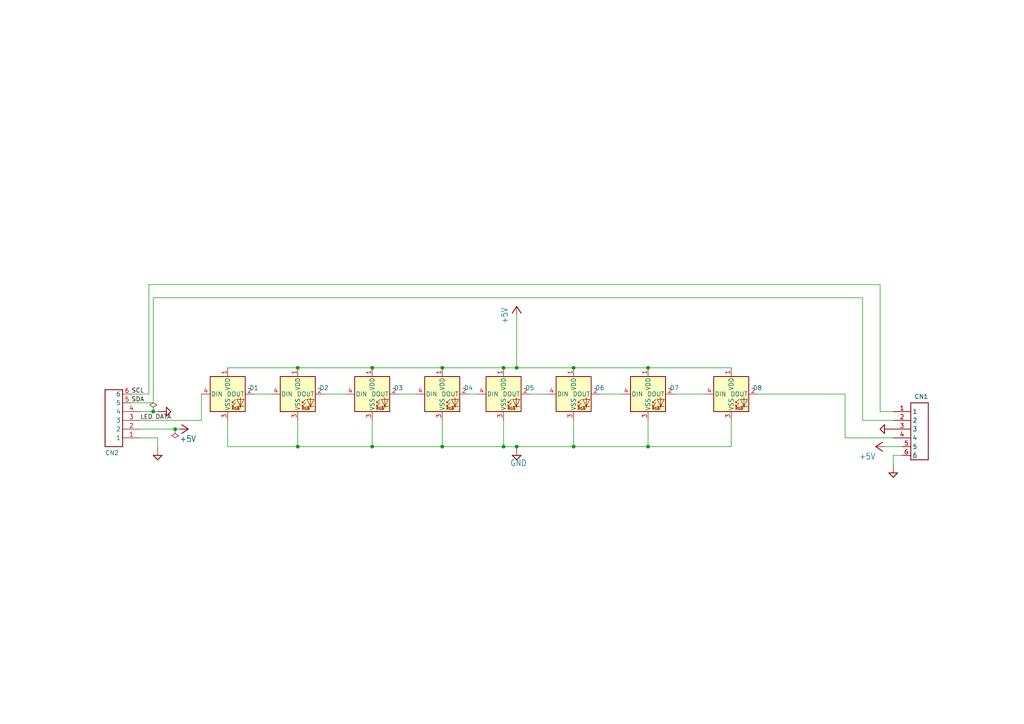
<source format=kicad_sch>
(kicad_sch (version 20211123) (generator eeschema)
  (paper "A4")
  (lib_symbols
    (symbol "1X4SMT_1"
      (property "Reference" "CN" (at 5.08 7.62 0))
      (property "Value" "1X4SMT_1" (at 0 -10.16 0))
      (symbol "1X4SMT_1_1_0"
        (polyline (pts (xy 0 -11.43) (xy 0 5.08)) (stroke (width 0.254)))
        (polyline (pts (xy 0 5.08) (xy 5.08 5.08)) (stroke (width 0.254)))
        (polyline (pts (xy 5.08 -11.43) (xy 0 -11.43)) (stroke (width 0.254)))
        (polyline (pts (xy 5.08 5.08) (xy 5.08 -11.43)) (stroke (width 0.254)))
        (pin bidirectional line (at -5.08 2.54 0) (length 5.08) (name "1") (number "1"))
        (pin bidirectional line (at -5.08 0 0) (length 5.08) (name "2") (number "2"))
        (pin bidirectional line (at -5.08 -2.54 0) (length 5.08) (name "3") (number "3"))
        (pin bidirectional line (at -5.08 -5.08 0) (length 5.08) (name "4") (number "4"))
      )
      (symbol "1X4SMT_1_1_1"
        (pin bidirectional line (at -2.54 -7.62 0) (length 2.54) (name "5") (number "5"))
        (pin bidirectional line (at -2.54 -10.16 0) (length 2.54) (name "6") (number "6"))
      )
    )
    (symbol "Adafruit NeoPixel 8 Stick-eagle-import:+5V" (power)
      (property "Value" "+5V" (at -2.54 -5.08 90))
      (symbol "+5V_1_0"
        (polyline (pts (xy 0 0) (xy -1.27 -1.905)) (stroke (width 0.254)))
        (polyline (pts (xy 1.27 -1.905) (xy 0 0)) (stroke (width 0.254)))
        (pin power_in line (at 0 -2.54 90) (length 2.54) (name "+5V") (number "1"))
      )
    )
    (symbol "Adafruit NeoPixel 8 Stick-eagle-import:1X4SMT"
      (property "Reference" "CN" (at 5.08 7.62 0))
      (property "Value" "1X4SMT" (at 0 -10.16 0))
      (symbol "1X4SMT_1_0"
        (polyline (pts (xy 0 -11.43) (xy 0 5.08)) (stroke (width 0.254)))
        (polyline (pts (xy 0 5.08) (xy 5.08 5.08)) (stroke (width 0.254)))
        (polyline (pts (xy 5.08 -11.43) (xy 0 -11.43)) (stroke (width 0.254)))
        (polyline (pts (xy 5.08 5.08) (xy 5.08 -11.43)) (stroke (width 0.254)))
        (pin bidirectional line (at -5.08 2.54 0) (length 5.08) (name "1") (number "1"))
        (pin bidirectional line (at -5.08 0 0) (length 5.08) (name "2") (number "2"))
        (pin bidirectional line (at -5.08 -2.54 0) (length 5.08) (name "3") (number "3"))
        (pin bidirectional line (at -5.08 -5.08 0) (length 5.08) (name "4") (number "4"))
      )
      (symbol "1X4SMT_1_1"
        (pin bidirectional line (at -2.54 -7.62 0) (length 2.54) (name "5") (number "5"))
        (pin bidirectional line (at -2.54 -10.16 0) (length 2.54) (name "6") (number "6"))
      )
    )
    (symbol "Adafruit NeoPixel 8 Stick-eagle-import:GND" (power)
      (property "Value" "GND" (at -1.905 -3.175 0))
      (symbol "GND_1_0"
        (polyline (pts (xy -1.27 0) (xy 1.27 0)) (stroke (width 0.254)))
        (polyline (pts (xy 0 -1.27) (xy -1.27 0)) (stroke (width 0.254)))
        (polyline (pts (xy 1.27 0) (xy 0 -1.27)) (stroke (width 0.254)))
        (pin power_in line (at 0 2.54 270) (length 2.54) (name "GND") (number "1"))
      )
    )
    (symbol "LED:WS2812B" (pin_names (offset 0.254))
      (property "Reference" "D" (at 5.08 5.715 0))
      (property "Value" "WS2812B" (at 1.27 -5.715 0))
      (symbol "WS2812B_0_0"
        (text "RGB" (at 2.286 -4.191 0) (effects (font (size 0.762 0.762))))
      )
      (symbol "WS2812B_0_1"
        (polyline (pts (xy 1.27 -3.556) (xy 1.778 -3.556)))
        (polyline (pts (xy 1.27 -2.54) (xy 1.778 -2.54)))
        (polyline (pts (xy 4.699 -3.556) (xy 2.667 -3.556)))
        (polyline (pts (xy 2.286 -2.54) (xy 1.27 -3.556) (xy 1.27 -3.048)))
        (polyline (pts (xy 2.286 -1.524) (xy 1.27 -2.54) (xy 1.27 -2.032)))
        (polyline (pts (xy 3.683 -1.016) (xy 3.683 -3.556) (xy 3.683 -4.064)))
        (polyline (pts (xy 4.699 -1.524) (xy 2.667 -1.524) (xy 3.683 -3.556) (xy 4.699 -1.524)))
        (rectangle (start 5.08 5.08) (end -5.08 -5.08) (stroke (width 0.254)) (fill (type background)))
      )
      (symbol "WS2812B_1_1"
        (pin power_in line (at 0 7.62 270) (length 2.54) (name "VDD") (number "1"))
        (pin output line (at 7.62 0 180) (length 2.54) (name "DOUT") (number "2"))
        (pin power_in line (at 0 -7.62 90) (length 2.54) (name "VSS") (number "3"))
        (pin input line (at -7.62 0 0) (length 2.54) (name "DIN") (number "4"))
      )
    )
    (symbol "power:PWR_FLAG" (power) (pin_numbers hide) (pin_names (offset 0) hide)
      (property "Value" "PWR_FLAG" (at 0 3.81 0))
      (symbol "PWR_FLAG_0_0"
        (pin power_out line (at 0 0 90) (length 0) (name "pwr") (number "1"))
      )
      (symbol "PWR_FLAG_0_1"
        (polyline (pts (xy 0 0) (xy 0 1.27) (xy -1.016 1.905) (xy 0 2.54) (xy 1.016 1.905) (xy 0 1.27)))
      )
    )
  )
  (junction (at 50.8 124.46))
  (junction (at 146.05 106.68))
  (junction (at 146.05 129.54))
  (junction (at 149.86 106.68))
  (junction (at 128.27 129.54))
  (junction (at 128.27 106.68))
  (junction (at 44.45 119.38))
  (junction (at 187.96 106.68))
  (junction (at 107.95 129.54))
  (junction (at 149.86 129.54))
  (junction (at 187.96 129.54))
  (junction (at 86.36 129.54))
  (junction (at 86.36 106.68))
  (junction (at 166.37 129.54))
  (junction (at 166.37 106.68))
  (junction (at 107.95 106.68))
  (wire (pts (xy 187.96 129.54) (xy 212.09 129.54)))
  (wire (pts (xy 146.05 121.92) (xy 146.05 129.54)))
  (wire (pts (xy 50.8 124.46) (xy 52.07 124.46)))
  (wire (pts (xy 44.45 116.84) (xy 44.45 86.36)))
  (wire (pts (xy 40.64 127) (xy 45.72 127)))
  (wire (pts (xy 45.72 127) (xy 45.72 129.54)))
  (wire (pts (xy 149.86 106.68) (xy 166.37 106.68)))
  (wire (pts (xy 219.71 114.3) (xy 245.11 114.3)))
  (wire (pts (xy 259.08 132.08) (xy 259.08 134.62)))
  (wire (pts (xy 173.99 114.3) (xy 180.34 114.3)))
  (wire (pts (xy 40.64 121.92) (xy 58.42 121.92)))
  (wire (pts (xy 73.66 114.3) (xy 78.74 114.3)))
  (wire (pts (xy 38.1 114.3) (xy 43.18 114.3)))
  (wire (pts (xy 187.96 121.92) (xy 187.96 129.54)))
  (wire (pts (xy 255.27 82.55) (xy 255.27 119.38)))
  (wire (pts (xy 66.04 106.68) (xy 86.36 106.68)))
  (wire (pts (xy 212.09 121.92) (xy 212.09 129.54)))
  (wire (pts (xy 245.11 127) (xy 245.11 114.3)))
  (wire (pts (xy 250.19 86.36) (xy 250.19 121.92)))
  (wire (pts (xy 43.18 114.3) (xy 43.18 82.55)))
  (wire (pts (xy 128.27 106.68) (xy 146.05 106.68)))
  (wire (pts (xy 93.98 114.3) (xy 100.33 114.3)))
  (wire (pts (xy 66.04 121.92) (xy 66.04 129.54)))
  (wire (pts (xy 146.05 106.68) (xy 149.86 106.68)))
  (wire (pts (xy 128.27 129.54) (xy 146.05 129.54)))
  (wire (pts (xy 146.05 129.54) (xy 149.86 129.54)))
  (wire (pts (xy 43.18 82.55) (xy 255.27 82.55)))
  (wire (pts (xy 86.36 106.68) (xy 107.95 106.68)))
  (wire (pts (xy 86.36 129.54) (xy 107.95 129.54)))
  (wire (pts (xy 256.54 129.54) (xy 261.62 129.54)))
  (wire (pts (xy 149.86 129.54) (xy 166.37 129.54)))
  (wire (pts (xy 40.64 124.46) (xy 50.8 124.46)))
  (wire (pts (xy 58.42 121.92) (xy 58.42 114.3)))
  (wire (pts (xy 166.37 129.54) (xy 187.96 129.54)))
  (wire (pts (xy 135.89 114.3) (xy 138.43 114.3)))
  (wire (pts (xy 107.95 121.92) (xy 107.95 129.54)))
  (wire (pts (xy 153.67 114.3) (xy 158.75 114.3)))
  (wire (pts (xy 166.37 121.92) (xy 166.37 129.54)))
  (wire (pts (xy 86.36 121.92) (xy 86.36 129.54)))
  (wire (pts (xy 66.04 129.54) (xy 86.36 129.54)))
  (wire (pts (xy 250.19 121.92) (xy 259.08 121.92)))
  (wire (pts (xy 166.37 106.68) (xy 187.96 106.68)))
  (wire (pts (xy 38.1 116.84) (xy 44.45 116.84)))
  (wire (pts (xy 245.11 127) (xy 259.08 127)))
  (wire (pts (xy 187.96 106.68) (xy 212.09 106.68)))
  (wire (pts (xy 255.27 119.38) (xy 259.08 119.38)))
  (wire (pts (xy 195.58 114.3) (xy 204.47 114.3)))
  (wire (pts (xy 107.95 129.54) (xy 128.27 129.54)))
  (wire (pts (xy 44.45 119.38) (xy 45.72 119.38)))
  (wire (pts (xy 261.62 132.08) (xy 259.08 132.08)))
  (wire (pts (xy 107.95 106.68) (xy 128.27 106.68)))
  (wire (pts (xy 128.27 121.92) (xy 128.27 129.54)))
  (wire (pts (xy 115.57 114.3) (xy 120.65 114.3)))
  (wire (pts (xy 44.45 86.36) (xy 250.19 86.36)))
  (wire (pts (xy 149.86 91.44) (xy 149.86 106.68)))
  (wire (pts (xy 40.64 119.38) (xy 44.45 119.38)))
  (label "SDA" (at 38.1 116.84 0))
  (label "SCL" (at 38.1 114.3 0))
  (label "LED DATA" (at 40.64 121.92 0))
  (symbol (lib_id "LED:WS2812B") (at 86.36 114.3 0) (unit 1)
    (property "Reference" "D2" (at 93.98 112.5093 0))
    (property "Value" "WS2812B" (effects hide))
    (property "Footprint" "LED_SMD:LED_WS2812B_PLCC4_5.0x5.0mm_P3.2mm" (effects hide))
    (property "Datasheet" "https://cdn-shop.adafruit.com/datasheets/WS2812B.pdf" (effects hide))
  )
  (symbol (lib_id "Adafruit NeoPixel 8 Stick-eagle-import:GND") (at 48.26 119.38 90) (unit 1)
    (property "Reference" "#SUPPLY02" (effects hide))
    (property "Value" "GND" (effects hide))
    (property "Footprint" "Adafruit NeoPixel 8 Stick:" (effects hide))
  )
  (symbol (lib_id "Adafruit NeoPixel 8 Stick-eagle-import:+5V") (at 54.61 124.46 270) (unit 1)
    (property "Reference" "#P+011" (effects hide))
    (property "Value" "+5V" (at 52.07 128.27 90) (effects (font (size 1.778 1.5113)) (justify left bottom)))
    (property "Footprint" "Adafruit NeoPixel 8 Stick:" (effects hide))
  )
  (symbol (lib_id "power:PWR_FLAG") (at 44.45 119.38 0) (unit 1)
    (property "Reference" "#FLG0102" (effects hide))
    (property "Value" "PWR_FLAG" (effects hide))
  )
  (symbol (lib_id "LED:WS2812B") (at 107.95 114.3 0) (unit 1)
    (property "Reference" "D3" (at 115.57 112.5093 0))
    (property "Value" "WS2812B" (effects hide))
    (property "Footprint" "LED_SMD:LED_WS2812B_PLCC4_5.0x5.0mm_P3.2mm" (effects hide))
    (property "Datasheet" "https://cdn-shop.adafruit.com/datasheets/WS2812B.pdf" (effects hide))
  )
  (symbol (lib_id "LED:WS2812B") (at 187.96 114.3 0) (unit 1)
    (property "Reference" "D7" (at 195.58 112.5093 0))
    (property "Value" "WS2812B" (effects hide))
    (property "Footprint" "LED_SMD:LED_WS2812B_PLCC4_5.0x5.0mm_P3.2mm" (effects hide))
    (property "Datasheet" "https://cdn-shop.adafruit.com/datasheets/WS2812B.pdf" (effects hide))
  )
  (symbol (lib_id "Adafruit NeoPixel 8 Stick-eagle-import:GND") (at 45.72 132.08 0) (unit 1)
    (property "Reference" "#SUPPLY07" (effects hide))
    (property "Value" "GND" (effects hide))
    (property "Footprint" "Adafruit NeoPixel 8 Stick:" (effects hide))
  )
  (symbol (lib_id "Adafruit NeoPixel 8 Stick-eagle-import:1X4SMT") (at 35.56 124.46 180) (unit 1)
    (property "Reference" "CN2" (at 30.48 132.08 0) (effects (justify right top)))
    (property "Value" "1X4SMT" (effects hide))
    (property "Footprint" "Adafruit NeoPixel 8 Stick:1X4-SMT" (effects hide))
  )
  (symbol (lib_id "LED:WS2812B") (at 66.04 114.3 0) (unit 1)
    (property "Reference" "D1" (at 73.66 112.5093 0))
    (property "Value" "WS2812B" (effects hide))
    (property "Footprint" "LED_SMD:LED_WS2812B_PLCC4_5.0x5.0mm_P3.2mm" (effects hide))
    (property "Datasheet" "https://cdn-shop.adafruit.com/datasheets/WS2812B.pdf" (effects hide))
  )
  (symbol (lib_id "LED:WS2812B") (at 146.05 114.3 0) (unit 1)
    (property "Reference" "D5" (at 153.67 112.5093 0))
    (property "Value" "WS2812B" (effects hide))
    (property "Footprint" "LED_SMD:LED_WS2812B_PLCC4_5.0x5.0mm_P3.2mm" (effects hide))
    (property "Datasheet" "https://cdn-shop.adafruit.com/datasheets/WS2812B.pdf" (effects hide))
  )
  (symbol (lib_id "LED:WS2812B") (at 212.09 114.3 0) (unit 1)
    (property "Reference" "D8" (at 219.71 112.5093 0))
    (property "Value" "WS2812B" (effects hide))
    (property "Footprint" "LED_SMD:LED_WS2812B_PLCC4_5.0x5.0mm_P3.2mm" (effects hide))
    (property "Datasheet" "https://cdn-shop.adafruit.com/datasheets/WS2812B.pdf" (effects hide))
  )
  (symbol (lib_id "LED:WS2812B") (at 166.37 114.3 0) (unit 1)
    (property "Reference" "D6" (at 173.99 112.5093 0))
    (property "Value" "WS2812B" (effects hide))
    (property "Footprint" "LED_SMD:LED_WS2812B_PLCC4_5.0x5.0mm_P3.2mm" (effects hide))
    (property "Datasheet" "https://cdn-shop.adafruit.com/datasheets/WS2812B.pdf" (effects hide))
  )
  (symbol (lib_id "Adafruit NeoPixel 8 Stick-eagle-import:+5V") (at 149.86 88.9 0) (unit 1)
    (property "Reference" "#P+02" (effects hide))
    (property "Value" "+5V" (at 147.32 93.98 90) (effects (font (size 1.778 1.5113)) (justify left bottom)))
    (property "Footprint" "Adafruit NeoPixel 8 Stick:" (effects hide))
  )
  (symbol (lib_name "1X4SMT_1") (lib_id "Adafruit NeoPixel 8 Stick-eagle-import:1X4SMT") (at 264.16 121.92 0) (unit 1)
    (property "Reference" "CN1" (at 269.24 114.3 0) (effects (justify right top)))
    (property "Value" "1X4SMT" (effects hide))
    (property "Footprint" "Adafruit NeoPixel 8 Stick:1X4-SMT" (effects hide))
  )
  (symbol (lib_id "Adafruit NeoPixel 8 Stick-eagle-import:+5V") (at 254 129.54 90) (mirror x) (unit 1)
    (property "Reference" "#P+01" (effects hide))
    (property "Value" "+5V" (at 254 133.35 90) (effects (font (size 1.778 1.5113)) (justify left bottom)))
    (property "Footprint" "Adafruit NeoPixel 8 Stick:" (effects hide))
  )
  (symbol (lib_id "Adafruit NeoPixel 8 Stick-eagle-import:GND") (at 149.86 132.08 0) (unit 1)
    (property "Reference" "#SUPPLY03" (effects hide))
    (property "Value" "GND" (at 147.955 135.255 0) (effects (font (size 1.778 1.5113)) (justify left bottom)))
    (property "Footprint" "Adafruit NeoPixel 8 Stick:" (effects hide))
  )
  (symbol (lib_id "power:PWR_FLAG") (at 50.8 124.46 180) (unit 1)
    (property "Reference" "#FLG0101" (effects hide))
    (property "Value" "PWR_FLAG" (effects hide))
  )
  (symbol (lib_id "Adafruit NeoPixel 8 Stick-eagle-import:GND") (at 259.08 137.16 0) (unit 1)
    (property "Reference" "#SUPPLY09" (effects hide))
    (property "Value" "GND" (effects hide))
    (property "Footprint" "Adafruit NeoPixel 8 Stick:" (effects hide))
  )
  (symbol (lib_id "Adafruit NeoPixel 8 Stick-eagle-import:GND") (at 256.54 124.46 270) (unit 1)
    (property "Reference" "#SUPPLY01" (effects hide))
    (property "Value" "GND" (effects hide))
    (property "Footprint" "Adafruit NeoPixel 8 Stick:" (effects hide))
  )
  (symbol (lib_id "LED:WS2812B") (at 128.27 114.3 0) (unit 1)
    (property "Reference" "D4" (at 135.89 112.5093 0))
    (property "Value" "WS2812B" (effects hide))
    (property "Footprint" "LED_SMD:LED_WS2812B_PLCC4_5.0x5.0mm_P3.2mm" (effects hide))
    (property "Datasheet" "https://cdn-shop.adafruit.com/datasheets/WS2812B.pdf" (effects hide))
  )
)
</source>
